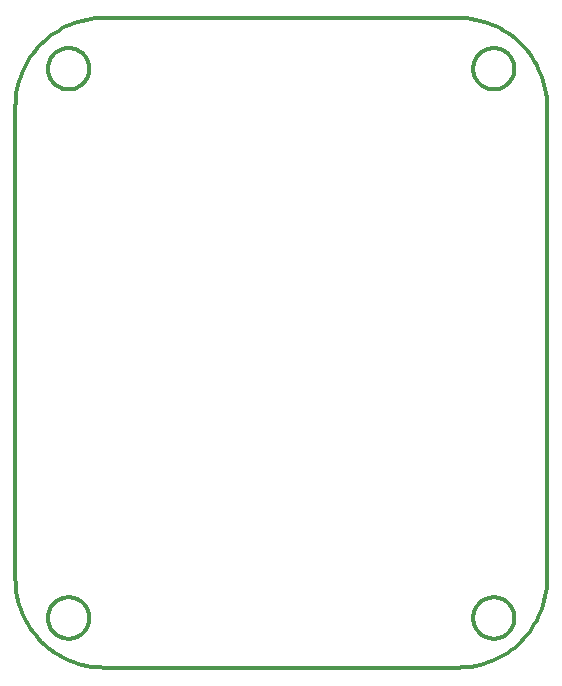
<source format=gbr>
%TF.GenerationSoftware,KiCad,Pcbnew,6.0.9+dfsg-1~bpo11+1*%
%TF.CreationDate,2022-12-30T14:53:09-06:00*%
%TF.ProjectId,Pedals,50656461-6c73-42e6-9b69-6361645f7063,rev?*%
%TF.SameCoordinates,Original*%
%TF.FileFunction,Profile,NP*%
%FSLAX46Y46*%
G04 Gerber Fmt 4.6, Leading zero omitted, Abs format (unit mm)*
G04 Created by KiCad (PCBNEW 6.0.9+dfsg-1~bpo11+1) date 2022-12-30 14:53:09*
%MOMM*%
%LPD*%
G01*
G04 APERTURE LIST*
%TA.AperFunction,Profile*%
%ADD10C,0.349999*%
%TD*%
G04 APERTURE END LIST*
D10*
X163336833Y-77300384D02*
X163402943Y-77352336D01*
X164097310Y-77664445D02*
X164183488Y-77679835D01*
X164359941Y-77697722D02*
X164449996Y-77699999D01*
X125210088Y-74988996D02*
X125421681Y-74687955D01*
X129208697Y-124027430D02*
X129284154Y-123988784D01*
X168510819Y-76621198D02*
X168625807Y-76968736D01*
X165852333Y-121402946D02*
X165800381Y-121336836D01*
X129268735Y-71974189D02*
X129621871Y-71876192D01*
X162911211Y-76784153D02*
X162953349Y-76857438D01*
X126702277Y-122540054D02*
X126709035Y-122628927D01*
X164012643Y-124144904D02*
X164097310Y-124164445D01*
X130144905Y-76387352D02*
X130164446Y-76302685D01*
X128921198Y-72089177D02*
X129268735Y-71974189D01*
X165745378Y-77126660D02*
X165800381Y-77063162D01*
X126953353Y-123357438D02*
X126998872Y-123428441D01*
X130190964Y-76128927D02*
X130197722Y-76040054D01*
X129563162Y-77300384D02*
X129626660Y-77245381D01*
X168913296Y-78408717D02*
X168940779Y-78778096D01*
X129626660Y-121154617D02*
X129563162Y-121099614D01*
X125013959Y-75299323D02*
X125210088Y-74988996D01*
X164449996Y-77699999D02*
X164449996Y-77699999D01*
X166093807Y-75348290D02*
X166062472Y-75268820D01*
X131449999Y-71650000D02*
X161449996Y-71650000D01*
X123986700Y-78408717D02*
X124032193Y-78042476D01*
X130179835Y-122716507D02*
X130190964Y-122628927D01*
X127768820Y-124062475D02*
X127848290Y-124093810D01*
X127288995Y-72910088D02*
X127599322Y-72713959D01*
X124669112Y-75945376D02*
X124833549Y-75618321D01*
X165912041Y-73121681D02*
X166203181Y-73348484D01*
X126755094Y-122012646D02*
X126735553Y-122097313D01*
X129563162Y-121099614D02*
X129497053Y-121047662D01*
X166093807Y-123051708D02*
X166121319Y-122970396D01*
X164628923Y-124190964D02*
X164716504Y-124179835D01*
X165051705Y-124093810D02*
X165131175Y-124062475D01*
X130164446Y-122097313D02*
X130144905Y-122012646D01*
X165357435Y-120953352D02*
X165284150Y-120911214D01*
X168804554Y-77679989D02*
X168867803Y-78042476D01*
X128802686Y-74235553D02*
X128716507Y-74220163D01*
X165208694Y-124027430D02*
X165284150Y-123988784D01*
X129208697Y-77527430D02*
X129284154Y-77488784D01*
X128887352Y-124144904D02*
X128970396Y-124121323D01*
X129745381Y-121273338D02*
X129687437Y-121212562D01*
X125890241Y-74116192D02*
X126146699Y-73846699D01*
X166190961Y-122628927D02*
X166197719Y-122540054D01*
X163402943Y-123852336D02*
X163471554Y-123901127D01*
X165901124Y-121471557D02*
X165852333Y-121402946D01*
X128271072Y-74209034D02*
X128183491Y-74220163D01*
X162755091Y-122887352D02*
X162778672Y-122970396D01*
X128449999Y-120699999D02*
X128449999Y-120699999D01*
X128449999Y-124199999D02*
X128449999Y-124199999D01*
X129626660Y-123745381D02*
X129687437Y-123687436D01*
X130121323Y-122970396D02*
X130144905Y-122887352D01*
X162998868Y-74971557D02*
X162953349Y-75042560D01*
X129946646Y-75042560D02*
X129901127Y-74971557D01*
X125648483Y-123903185D02*
X125421681Y-123612045D01*
X129800385Y-121336836D02*
X129745381Y-121273338D01*
X127154617Y-123626660D02*
X127212562Y-123687436D01*
X124274189Y-121331264D02*
X124176192Y-120978129D01*
X162872565Y-75191301D02*
X162837519Y-75268820D01*
X162778672Y-75429602D02*
X162755091Y-75512646D01*
X166483805Y-73590241D02*
X166753299Y-73846699D01*
X168949996Y-119150000D02*
X168940779Y-119521903D01*
X164887349Y-124144904D02*
X164970393Y-124121323D01*
X162720160Y-76216507D02*
X162735550Y-76302685D01*
X166199996Y-122449999D02*
X166199996Y-122449999D01*
X166179832Y-122716507D02*
X166190961Y-122628927D01*
X126702277Y-122359944D02*
X126700000Y-122449999D01*
X167886037Y-123000677D02*
X167689909Y-123311004D01*
X163047659Y-74902946D02*
X162998868Y-74971557D01*
X165852333Y-76997052D02*
X165901124Y-76928441D01*
X129626660Y-74654617D02*
X129563162Y-74599614D01*
X129428441Y-77401127D02*
X129497053Y-77352336D01*
X127336837Y-123800384D02*
X127402946Y-123852336D01*
X162735550Y-76302685D02*
X162755091Y-76387352D01*
X166199996Y-75949999D02*
X166197719Y-75859944D01*
X130093810Y-121848290D02*
X130062476Y-121768820D01*
X125421681Y-123612045D02*
X125210088Y-123311004D01*
X128012647Y-74255094D02*
X127929603Y-74278675D01*
X130027430Y-76708697D02*
X130062476Y-76631178D01*
X129357438Y-77446646D02*
X129428441Y-77401127D01*
X163212559Y-121212562D02*
X163154614Y-121273338D01*
X126806189Y-76551708D02*
X126837523Y-76631178D01*
X127615845Y-120911214D02*
X127542560Y-120953352D01*
X124176192Y-77321871D02*
X124274189Y-76968736D01*
X130062476Y-123131178D02*
X130093810Y-123051708D01*
X129621871Y-126423808D02*
X129268735Y-126325811D01*
X126696815Y-124951517D02*
X126416192Y-124709760D01*
X165131175Y-120837523D02*
X165051705Y-120806188D01*
X164970393Y-74278675D02*
X164887349Y-74255094D01*
X131449999Y-71650000D02*
X131449999Y-71650000D01*
X128802686Y-124164445D02*
X128887352Y-124144904D01*
X130093810Y-123051708D02*
X130121323Y-122970396D01*
X162911211Y-121615845D02*
X162872565Y-121691301D01*
X162720160Y-75683491D02*
X162709031Y-75771071D01*
X165284150Y-123988784D02*
X165357435Y-123946646D01*
X130199999Y-75949999D02*
X130199999Y-75949999D01*
X168867803Y-120257523D02*
X168804554Y-120620010D01*
X131449999Y-126650000D02*
X131449999Y-126650000D01*
X166197719Y-122359944D02*
X166190961Y-122271071D01*
X165131175Y-124062475D02*
X165208694Y-124027430D01*
X162911211Y-75115845D02*
X162872565Y-75191301D01*
X130027430Y-123208697D02*
X130062476Y-123131178D01*
X163615842Y-120911214D02*
X163542557Y-120953352D01*
X163631260Y-126325811D02*
X163278125Y-126423808D01*
X126720163Y-122183491D02*
X126709035Y-122271071D01*
X128802686Y-77664445D02*
X128887352Y-77644904D01*
X164359941Y-74202276D02*
X164271068Y-74209034D01*
X163615842Y-74411214D02*
X163542557Y-74453352D01*
X165284150Y-74411214D02*
X165208694Y-74372568D01*
X126953353Y-76857438D02*
X126998872Y-76928441D01*
X126735553Y-75597313D02*
X126720163Y-75683491D01*
X162709031Y-75771071D02*
X162702273Y-75859944D01*
X127154617Y-77126660D02*
X127212562Y-77187436D01*
X166062472Y-76631178D02*
X166093807Y-76551708D01*
X127099614Y-77063162D02*
X127154617Y-77126660D01*
X162837519Y-75268820D02*
X162806185Y-75348290D01*
X123959217Y-78778096D02*
X123986700Y-78408717D01*
X127848290Y-74306188D02*
X127768820Y-74337523D01*
X164981675Y-72533549D02*
X165300674Y-72713959D01*
X166062472Y-121768820D02*
X166027427Y-121691301D01*
X129131179Y-74337523D02*
X129051708Y-74306188D01*
X124833549Y-122681679D02*
X124669112Y-122354623D01*
X127336837Y-121099614D02*
X127273339Y-121154617D01*
X166753299Y-124453303D02*
X166753299Y-124453303D01*
X162720160Y-122716507D02*
X162735550Y-122802685D01*
X128970396Y-120778675D02*
X128887352Y-120755094D01*
X126998872Y-74971557D02*
X126953353Y-75042560D01*
X166190961Y-76128927D02*
X166197719Y-76040054D01*
X127099614Y-74836836D02*
X127047662Y-74902946D01*
X168379093Y-122020126D02*
X168230884Y-122354623D01*
X129687437Y-74712562D02*
X129626660Y-74654617D01*
X126735553Y-122802685D02*
X126755094Y-122887352D01*
X165497049Y-74547662D02*
X165428438Y-74498871D01*
X127047662Y-123497052D02*
X127099614Y-123563162D01*
X164540051Y-124197722D02*
X164628923Y-124190964D01*
X166199996Y-75949999D02*
X166199996Y-75949999D01*
X163099611Y-123563162D02*
X163154614Y-123626660D01*
X129051708Y-120806188D02*
X128970396Y-120778675D01*
X130179835Y-75683491D02*
X130164446Y-75597313D01*
X127599322Y-72713959D02*
X127918321Y-72533549D01*
X166190961Y-75771071D02*
X166179832Y-75683491D01*
X130197722Y-122540054D02*
X130199999Y-122449999D01*
X162920006Y-126504558D02*
X162557519Y-126567807D01*
X165626657Y-77245381D02*
X165687433Y-77187436D01*
X164449996Y-120699999D02*
X164449996Y-120699999D01*
X163278125Y-126423808D02*
X162920006Y-126504558D01*
X126700000Y-75949999D02*
X126702277Y-76040054D01*
X127929603Y-120778675D02*
X127848290Y-120806188D01*
X129208697Y-74372568D02*
X129131179Y-74337523D01*
X124520903Y-122020126D02*
X124389177Y-121678801D01*
X127154617Y-121273338D02*
X127099614Y-121336836D01*
X168949996Y-119150000D02*
X168949996Y-119150000D01*
X128579873Y-72220903D02*
X128921198Y-72089177D01*
X129051708Y-74306188D02*
X128970396Y-74278675D01*
X123950000Y-119150000D02*
X123950000Y-79150000D01*
X128628927Y-77690964D02*
X128716507Y-77679835D01*
X166753299Y-124453303D02*
X166483805Y-124709760D01*
X163273335Y-74654617D02*
X163212559Y-74712562D01*
X165428438Y-74498871D02*
X165357435Y-74453352D01*
X126872568Y-76708697D02*
X126911215Y-76784153D01*
X164320122Y-126079096D02*
X163978797Y-126210822D01*
X164540051Y-74202276D02*
X164449996Y-74199999D01*
X163929599Y-74278675D02*
X163848287Y-74306188D01*
X129988784Y-121615845D02*
X129946646Y-121542560D01*
X126911215Y-123284153D02*
X126953353Y-123357438D01*
X128802686Y-120735553D02*
X128716507Y-120720163D01*
X162702273Y-122359944D02*
X162699996Y-122449999D01*
X127336837Y-74599614D02*
X127273339Y-74654617D01*
X166027427Y-76708697D02*
X166062472Y-76631178D01*
X131078096Y-71659217D02*
X131449999Y-71650000D01*
X164359941Y-120702276D02*
X164271068Y-120709034D01*
X127471557Y-123901127D02*
X127542560Y-123946646D01*
X165497049Y-77352336D02*
X165563159Y-77300384D01*
X163848287Y-124093810D02*
X163929599Y-124121323D01*
X127212562Y-74712562D02*
X127154617Y-74773338D01*
X129979989Y-71795442D02*
X130342476Y-71732193D01*
X165051705Y-74306188D02*
X164970393Y-74278675D01*
X165300674Y-72713959D02*
X165611001Y-72910088D01*
X127154617Y-74773338D02*
X127099614Y-74836836D01*
X166121319Y-76470396D02*
X166144901Y-76387352D01*
X129852337Y-74902946D02*
X129800385Y-74836836D01*
X164183488Y-120720163D02*
X164097310Y-120735553D01*
X126872568Y-75191301D02*
X126837523Y-75268820D01*
X128449999Y-77699999D02*
X128449999Y-77699999D01*
X165051705Y-77593810D02*
X165131175Y-77562475D01*
X166197719Y-122540054D02*
X166199996Y-122449999D01*
X163768817Y-77562475D02*
X163848287Y-77593810D01*
X127929603Y-124121323D02*
X128012647Y-124144904D01*
X128716507Y-77679835D02*
X128802686Y-77664445D01*
X168949996Y-79150000D02*
X168949996Y-119150000D01*
X161449996Y-71650000D02*
X161449996Y-71650000D01*
X162702273Y-76040054D02*
X162709031Y-76128927D01*
X166062472Y-75268820D02*
X166027427Y-75191301D01*
X129745381Y-77126660D02*
X129800385Y-77063162D01*
X127691302Y-74372568D02*
X127615845Y-74411214D01*
X127848290Y-120806188D02*
X127768820Y-120837523D01*
X168723804Y-77321871D02*
X168804554Y-77679989D01*
X130144905Y-122012646D02*
X130121323Y-121929602D01*
X127212562Y-77187436D02*
X127273339Y-77245381D01*
X127402946Y-121047662D02*
X127336837Y-121099614D01*
X129901127Y-76928441D02*
X129946646Y-76857438D01*
X129497053Y-123852336D02*
X129563162Y-123800384D01*
X128921198Y-126210822D02*
X128579873Y-126079096D01*
X168066447Y-122681679D02*
X167886037Y-123000677D01*
X129208697Y-120872568D02*
X129131179Y-120837523D01*
X128183491Y-74220163D02*
X128097313Y-74235553D01*
X125648483Y-74396816D02*
X125890241Y-74116192D01*
X165687433Y-123687436D02*
X165745378Y-123626660D01*
X163978797Y-72089177D02*
X164320122Y-72220903D01*
X127273339Y-123745381D02*
X127336837Y-123800384D01*
X165563159Y-121099614D02*
X165497049Y-121047662D01*
X165988781Y-121615845D02*
X165946643Y-121542560D01*
X165563159Y-77300384D02*
X165626657Y-77245381D01*
X130342476Y-126567807D02*
X129979989Y-126504558D01*
X123950000Y-79150000D02*
X123959217Y-78778096D01*
X129946646Y-121542560D02*
X129901127Y-121471557D01*
X127929603Y-77621323D02*
X128012647Y-77644904D01*
X164802682Y-120735553D02*
X164716504Y-120720163D01*
X130199999Y-122449999D02*
X130199999Y-122449999D01*
X124520903Y-76279874D02*
X124669112Y-75945376D01*
X126416192Y-73590241D02*
X126696815Y-73348484D01*
X129988784Y-75115845D02*
X129946646Y-75042560D01*
X162837519Y-121768820D02*
X162806185Y-121848290D01*
X130062476Y-75268820D02*
X130027430Y-75191301D01*
X165946643Y-75042560D02*
X165901124Y-74971557D01*
X127768820Y-120837523D02*
X127691302Y-120872568D01*
X164716504Y-77679835D02*
X164802682Y-77664445D01*
X163691298Y-77527430D02*
X163768817Y-77562475D01*
X163047659Y-76997052D02*
X163099611Y-77063162D01*
X126998872Y-123428441D02*
X127047662Y-123497052D01*
X164359941Y-124197722D02*
X164449996Y-124199999D01*
X166144901Y-75512646D02*
X166121319Y-75429602D01*
X162699996Y-75949999D02*
X162699996Y-75949999D01*
X165852333Y-123497052D02*
X165901124Y-123428441D01*
X163273335Y-77245381D02*
X163336833Y-77300384D01*
X164970393Y-77621323D02*
X165051705Y-77593810D01*
X168230884Y-122354623D02*
X168066447Y-122681679D01*
X162872565Y-76708697D02*
X162911211Y-76784153D01*
X128887352Y-120755094D02*
X128802686Y-120735553D01*
X164887349Y-74255094D02*
X164802682Y-74235553D01*
X128245376Y-125930888D02*
X127918321Y-125766451D01*
X168949996Y-79150000D02*
X168949996Y-79150000D01*
X163929599Y-77621323D02*
X164012643Y-77644904D01*
X130164446Y-75597313D02*
X130144905Y-75512646D01*
X129497053Y-77352336D02*
X129563162Y-77300384D01*
X128359944Y-120702276D02*
X128271072Y-120709034D01*
X164097310Y-124164445D02*
X164183488Y-124179835D01*
X123986700Y-119891283D02*
X123959217Y-119521903D01*
X164271068Y-77690964D02*
X164359941Y-77697722D01*
X164012643Y-120755094D02*
X163929599Y-120778675D01*
X168867803Y-78042476D02*
X168913296Y-78408717D01*
X165563159Y-123800384D02*
X165626657Y-123745381D01*
X167009756Y-74116192D02*
X167251513Y-74396816D01*
X163099611Y-77063162D02*
X163154614Y-77126660D01*
X129852337Y-123497052D02*
X129901127Y-123428441D01*
X166199996Y-122449999D02*
X166199996Y-122449999D01*
X130197722Y-76040054D02*
X130199999Y-75949999D01*
X165852333Y-74902946D02*
X165800381Y-74836836D01*
X128097313Y-124164445D02*
X128183491Y-124179835D01*
X129428441Y-123901127D02*
X129497053Y-123852336D01*
X164449996Y-120699999D02*
X164359941Y-120702276D01*
X164271068Y-120709034D02*
X164183488Y-120720163D01*
X164716504Y-120720163D02*
X164628923Y-120709034D01*
X126755094Y-76387352D02*
X126778676Y-76470396D01*
X163768817Y-120837523D02*
X163691298Y-120872568D01*
X130190964Y-75771071D02*
X130179835Y-75683491D01*
X126720163Y-76216507D02*
X126735553Y-76302685D01*
X130164446Y-76302685D02*
X130179835Y-76216507D01*
X163471554Y-77401127D02*
X163542557Y-77446646D01*
X166164442Y-122802685D02*
X166179832Y-122716507D01*
X127273339Y-74654617D02*
X127212562Y-74712562D01*
X164097310Y-74235553D02*
X164012643Y-74255094D01*
X130164446Y-122802685D02*
X130179835Y-122716507D01*
X166190961Y-122271071D02*
X166179832Y-122183491D01*
X162191279Y-126613300D02*
X161821900Y-126640782D01*
X166164442Y-76302685D02*
X166179832Y-76216507D01*
X129946646Y-123357438D02*
X129988784Y-123284153D01*
X128628927Y-120709034D02*
X128540054Y-120702276D01*
X124095442Y-120620010D02*
X124032193Y-120257523D01*
X128359944Y-77697722D02*
X128449999Y-77699999D01*
X129800385Y-74836836D02*
X129745381Y-74773338D01*
X166093807Y-121848290D02*
X166062472Y-121768820D01*
X126709035Y-76128927D02*
X126720163Y-76216507D01*
X130027430Y-75191301D02*
X129988784Y-75115845D01*
X165901124Y-74971557D02*
X165852333Y-74902946D01*
X126872568Y-123208697D02*
X126911215Y-123284153D01*
X166144901Y-122012646D02*
X166121319Y-121929602D01*
X126735553Y-76302685D02*
X126755094Y-76387352D01*
X168625807Y-121331264D02*
X168510819Y-121678801D01*
X128970396Y-74278675D02*
X128887352Y-74255094D01*
X130062476Y-76631178D02*
X130093810Y-76551708D01*
X129621871Y-71876192D02*
X129979989Y-71795442D01*
X165051705Y-120806188D02*
X164970393Y-120778675D01*
X165946643Y-121542560D02*
X165901124Y-121471557D01*
X167689909Y-74988996D02*
X167886037Y-75299323D01*
X129901127Y-74971557D02*
X129852337Y-74902946D01*
X126806189Y-75348290D02*
X126778676Y-75429602D01*
X126700000Y-122449999D02*
X126700000Y-122449999D01*
X126720163Y-122716507D02*
X126735553Y-122802685D01*
X127099614Y-123563162D02*
X127154617Y-123626660D01*
X127402946Y-77352336D02*
X127471557Y-77401127D01*
X129284154Y-74411214D02*
X129208697Y-74372568D01*
X128540054Y-74202276D02*
X128449999Y-74199999D01*
X130708716Y-126613300D02*
X130342476Y-126567807D01*
X161821900Y-126640782D02*
X161449996Y-126650000D01*
X166093807Y-76551708D02*
X166121319Y-76470396D01*
X126911215Y-121615845D02*
X126872568Y-121691301D01*
X128097313Y-77664445D02*
X128183491Y-77679835D01*
X163273335Y-123745381D02*
X163336833Y-123800384D01*
X126998872Y-76928441D02*
X127047662Y-76997052D01*
X124095442Y-77679989D02*
X124176192Y-77321871D01*
X129428441Y-120998871D02*
X129357438Y-120953352D01*
X168510819Y-121678801D02*
X168379093Y-122020126D01*
X163471554Y-74498871D02*
X163402943Y-74547662D01*
X161449996Y-71650000D02*
X161821900Y-71659217D01*
X163471554Y-123901127D02*
X163542557Y-123946646D01*
X129268735Y-126325811D02*
X128921198Y-126210822D01*
X129497053Y-121047662D02*
X129428441Y-120998871D01*
X129687437Y-121212562D02*
X129626660Y-121154617D01*
X127615845Y-74411214D02*
X127542560Y-74453352D01*
X127336837Y-77300384D02*
X127402946Y-77352336D01*
X162806185Y-75348290D02*
X162778672Y-75429602D01*
X163336833Y-74599614D02*
X163273335Y-74654617D01*
X126953353Y-121542560D02*
X126911215Y-121615845D01*
X161449996Y-126650000D02*
X131449999Y-126650000D01*
X130121323Y-75429602D02*
X130093810Y-75348290D01*
X164887349Y-77644904D02*
X164970393Y-77621323D01*
X163631260Y-71974189D02*
X163978797Y-72089177D01*
X126806189Y-121848290D02*
X126778676Y-121929602D01*
X128579873Y-126079096D02*
X128245376Y-125930888D01*
X163154614Y-121273338D02*
X163099611Y-121336836D01*
X128449999Y-74199999D02*
X128449999Y-74199999D01*
X129357438Y-123946646D02*
X129428441Y-123901127D01*
X162806185Y-76551708D02*
X162837519Y-76631178D01*
X127615845Y-77488784D02*
X127691302Y-77527430D01*
X162735550Y-122802685D02*
X162755091Y-122887352D01*
X127542560Y-77446646D02*
X127615845Y-77488784D01*
X162557519Y-126567807D02*
X162191279Y-126613300D01*
X126987955Y-125178320D02*
X126696815Y-124951517D01*
X127615845Y-123988784D02*
X127691302Y-124027430D01*
X129988784Y-76784153D02*
X130027430Y-76708697D01*
X128716507Y-74220163D02*
X128628927Y-74209034D01*
X165745378Y-123626660D02*
X165800381Y-123563162D01*
X163471554Y-120998871D02*
X163402943Y-121047662D01*
X128183491Y-124179835D02*
X128271072Y-124190964D01*
X166121319Y-75429602D02*
X166093807Y-75348290D01*
X163154614Y-77126660D02*
X163212559Y-77187436D01*
X163542557Y-120953352D02*
X163471554Y-120998871D01*
X168230884Y-75945376D02*
X168379093Y-76279874D01*
X164012643Y-74255094D02*
X163929599Y-74278675D01*
X129979989Y-126504558D02*
X129621871Y-126423808D01*
X128449999Y-74199999D02*
X128359944Y-74202276D01*
X128359944Y-124197722D02*
X128449999Y-124199999D01*
X162709031Y-122271071D02*
X162702273Y-122359944D01*
X124833549Y-75618321D02*
X125013959Y-75299323D01*
X164449996Y-74199999D02*
X164359941Y-74202276D01*
X165131175Y-77562475D02*
X165208694Y-77527430D01*
X165497049Y-123852336D02*
X165563159Y-123800384D01*
X163336833Y-121099614D02*
X163273335Y-121154617D01*
X129745381Y-123626660D02*
X129800385Y-123563162D01*
X128183491Y-120720163D02*
X128097313Y-120735553D01*
X162953349Y-121542560D02*
X162911211Y-121615845D01*
X124389177Y-121678801D02*
X124274189Y-121331264D01*
X127691302Y-120872568D02*
X127615845Y-120911214D01*
X127929603Y-74278675D02*
X127848290Y-74306188D01*
X162778672Y-76470396D02*
X162806185Y-76551708D01*
X165208694Y-77527430D02*
X165284150Y-77488784D01*
X128628927Y-124190964D02*
X128716507Y-124179835D01*
X165357435Y-77446646D02*
X165428438Y-77401127D01*
X128271072Y-77690964D02*
X128359944Y-77697722D01*
X162837519Y-76631178D02*
X162872565Y-76708697D01*
X163691298Y-120872568D02*
X163615842Y-120911214D01*
X163768817Y-124062475D02*
X163848287Y-124093810D01*
X165800381Y-121336836D02*
X165745378Y-121273338D01*
X168940779Y-78778096D02*
X168949996Y-79150000D01*
X129800385Y-123563162D02*
X129852337Y-123497052D01*
X130144905Y-75512646D02*
X130121323Y-75429602D01*
X163768817Y-74337523D02*
X163691298Y-74372568D01*
X166199996Y-122449999D02*
X166197719Y-122359944D01*
X165497049Y-121047662D02*
X165428438Y-120998871D01*
X129946646Y-76857438D02*
X129988784Y-76784153D01*
X126702277Y-75859944D02*
X126700000Y-75949999D01*
X162709031Y-122628927D02*
X162720160Y-122716507D01*
X164628923Y-74209034D02*
X164540051Y-74202276D01*
X164271068Y-74209034D02*
X164183488Y-74220163D01*
X163402943Y-77352336D02*
X163471554Y-77401127D01*
X165988781Y-75115845D02*
X165946643Y-75042560D01*
X164320122Y-72220903D02*
X164654620Y-72369112D01*
X130062476Y-121768820D02*
X130027430Y-121691301D01*
X164716504Y-74220163D02*
X164628923Y-74209034D01*
X167886037Y-75299323D02*
X168066447Y-75618321D01*
X126778676Y-76470396D02*
X126806189Y-76551708D01*
X124669112Y-122354623D02*
X124520903Y-122020126D01*
X127099614Y-121336836D02*
X127047662Y-121402946D01*
X163212559Y-77187436D02*
X163273335Y-77245381D01*
X166164442Y-122097313D02*
X166144901Y-122012646D01*
X167689909Y-123311004D02*
X167478316Y-123612045D01*
X130199999Y-122449999D02*
X130197722Y-122359944D01*
X130190964Y-122271071D02*
X130179835Y-122183491D01*
X163154614Y-74773338D02*
X163099611Y-74836836D01*
X127848290Y-77593810D02*
X127929603Y-77621323D01*
X129626660Y-77245381D02*
X129687437Y-77187436D01*
X163848287Y-120806188D02*
X163768817Y-120837523D01*
X165626657Y-121154617D02*
X165563159Y-121099614D01*
X126911215Y-75115845D02*
X126872568Y-75191301D01*
X165687433Y-121212562D02*
X165626657Y-121154617D01*
X166753299Y-73846699D02*
X166753299Y-73846699D01*
X130121323Y-76470396D02*
X130144905Y-76387352D01*
X163212559Y-74712562D02*
X163154614Y-74773338D01*
X126837523Y-76631178D02*
X126872568Y-76708697D01*
X128540054Y-124197722D02*
X128628927Y-124190964D01*
X128887352Y-77644904D02*
X128970396Y-77621323D01*
X165800381Y-123563162D02*
X165852333Y-123497052D01*
X164802682Y-74235553D02*
X164716504Y-74220163D01*
X165626657Y-123745381D02*
X165687433Y-123687436D01*
X130093810Y-76551708D02*
X130121323Y-76470396D01*
X128449999Y-120699999D02*
X128359944Y-120702276D01*
X164449996Y-74199999D02*
X164449996Y-74199999D01*
X130342476Y-71732193D02*
X130708716Y-71686700D01*
X130197722Y-122359944D02*
X130190964Y-122271071D01*
X164628923Y-120709034D02*
X164540051Y-120702276D01*
X126700000Y-122449999D02*
X126702277Y-122540054D01*
X166203181Y-73348484D02*
X166483805Y-73590241D01*
X163402943Y-121047662D02*
X163336833Y-121099614D01*
X126416192Y-124709760D02*
X126146699Y-124453303D01*
X161821900Y-71659217D02*
X162191279Y-71686700D01*
X128628927Y-74209034D02*
X128540054Y-74202276D01*
X126720163Y-75683491D02*
X126709035Y-75771071D01*
X167478316Y-123612045D02*
X167251513Y-123903185D01*
X127047662Y-121402946D02*
X126998872Y-121471557D01*
X164097310Y-120735553D02*
X164012643Y-120755094D01*
X128012647Y-77644904D02*
X128097313Y-77664445D01*
X162720160Y-122183491D02*
X162709031Y-122271071D01*
X162998868Y-123428441D02*
X163047659Y-123497052D01*
X126709035Y-122628927D02*
X126720163Y-122716507D01*
X166203181Y-124951517D02*
X165912041Y-125178320D01*
X165687433Y-74712562D02*
X165626657Y-74654617D01*
X162778672Y-122970396D02*
X162806185Y-123051708D01*
X166027427Y-121691301D02*
X165988781Y-121615845D01*
X162872565Y-123208697D02*
X162911211Y-123284153D01*
X130179835Y-76216507D02*
X130190964Y-76128927D01*
X162755091Y-122012646D02*
X162735550Y-122097313D01*
X163542557Y-74453352D02*
X163471554Y-74498871D01*
X168940779Y-119521903D02*
X168913296Y-119891283D01*
X166483805Y-124709760D02*
X166203181Y-124951517D01*
X162755091Y-76387352D02*
X162778672Y-76470396D01*
X163047659Y-123497052D02*
X163099611Y-123563162D01*
X126806189Y-123051708D02*
X126837523Y-123131178D01*
X165626657Y-74654617D02*
X165563159Y-74599614D01*
X165901124Y-76928441D02*
X165946643Y-76857438D01*
X165563159Y-74599614D02*
X165497049Y-74547662D01*
X164540051Y-77697722D02*
X164628923Y-77690964D01*
X164887349Y-120755094D02*
X164802682Y-120735553D01*
X165284150Y-77488784D02*
X165357435Y-77446646D01*
X166179832Y-122183491D02*
X166164442Y-122097313D01*
X127288995Y-125389912D02*
X126987955Y-125178320D01*
X130121323Y-121929602D02*
X130093810Y-121848290D01*
X165687433Y-77187436D02*
X165745378Y-77126660D01*
X162709031Y-76128927D02*
X162720160Y-76216507D01*
X165300674Y-125586041D02*
X164981675Y-125766451D01*
X127047662Y-74902946D02*
X126998872Y-74971557D01*
X127273339Y-121154617D02*
X127212562Y-121212562D01*
X126778676Y-121929602D02*
X126755094Y-122012646D01*
X164449996Y-124199999D02*
X164449996Y-124199999D01*
X163691298Y-74372568D02*
X163615842Y-74411214D01*
X128970396Y-124121323D02*
X129051708Y-124093810D01*
X129745381Y-74773338D02*
X129687437Y-74712562D01*
X125890241Y-124183809D02*
X125648483Y-123903185D01*
X165611001Y-72910088D02*
X165912041Y-73121681D01*
X163848287Y-77593810D02*
X163929599Y-77621323D01*
X128970396Y-77621323D02*
X129051708Y-77593810D01*
X166164442Y-75597313D02*
X166144901Y-75512646D01*
X128716507Y-124179835D02*
X128802686Y-124164445D01*
X127471557Y-74498871D02*
X127402946Y-74547662D01*
X130708716Y-71686700D02*
X131078096Y-71659217D01*
X128097313Y-74235553D02*
X128012647Y-74255094D01*
X125210088Y-123311004D02*
X125013959Y-123000677D01*
X165428438Y-123901127D02*
X165497049Y-123852336D01*
X126146699Y-124453303D02*
X125890241Y-124183809D01*
X127471557Y-77401127D02*
X127542560Y-77446646D01*
X165131175Y-74337523D02*
X165051705Y-74306188D01*
X128716507Y-120720163D02*
X128628927Y-120709034D01*
X131449999Y-126650000D02*
X131078096Y-126640782D01*
X128449999Y-124199999D02*
X128540054Y-124197722D01*
X164183488Y-77679835D02*
X164271068Y-77690964D01*
X130199999Y-75949999D02*
X130197722Y-75859944D01*
X162998868Y-76928441D02*
X163047659Y-76997052D01*
X126146699Y-124453303D02*
X126146699Y-124453303D01*
X126700000Y-75949999D02*
X126700000Y-75949999D01*
X126778676Y-75429602D02*
X126755094Y-75512646D01*
X168804554Y-120620010D02*
X168723804Y-120978129D01*
X130144905Y-122887352D02*
X130164446Y-122802685D01*
X165428438Y-120998871D02*
X165357435Y-120953352D01*
X166753299Y-73846699D02*
X167009756Y-74116192D01*
X161449996Y-126650000D02*
X161449996Y-126650000D01*
X125421681Y-74687955D02*
X125648483Y-74396816D01*
X123950000Y-79150000D02*
X123950000Y-79150000D01*
X127273339Y-77245381D02*
X127336837Y-77300384D01*
X127471557Y-120998871D02*
X127402946Y-121047662D01*
X128183491Y-77679835D02*
X128271072Y-77690964D01*
X163542557Y-123946646D02*
X163615842Y-123988784D01*
X165745378Y-121273338D02*
X165687433Y-121212562D01*
X130027430Y-121691301D02*
X129988784Y-121615845D01*
X131078096Y-126640782D02*
X130708716Y-126613300D01*
X165800381Y-74836836D02*
X165745378Y-74773338D01*
X166027427Y-75191301D02*
X165988781Y-75115845D01*
X126837523Y-75268820D02*
X126806189Y-75348290D01*
X126987955Y-73121681D02*
X127288995Y-72910088D01*
X163691298Y-124027430D02*
X163768817Y-124062475D01*
X128271072Y-124190964D02*
X128359944Y-124197722D01*
X162702273Y-122540054D02*
X162709031Y-122628927D01*
X130179835Y-122183491D02*
X130164446Y-122097313D01*
X127047662Y-76997052D02*
X127099614Y-77063162D01*
X126709035Y-75771071D02*
X126702277Y-75859944D01*
X126696815Y-73348484D02*
X126987955Y-73121681D01*
X168379093Y-76279874D02*
X168510819Y-76621198D01*
X164449996Y-124199999D02*
X164540051Y-124197722D01*
X129051708Y-124093810D02*
X129131179Y-124062475D01*
X165901124Y-123428441D02*
X165946643Y-123357438D01*
X163212559Y-123687436D02*
X163273335Y-123745381D01*
X124389177Y-76621198D02*
X124520903Y-76279874D01*
X164271068Y-124190964D02*
X164359941Y-124197722D01*
X129131179Y-120837523D02*
X129051708Y-120806188D01*
X124176192Y-120978129D02*
X124095442Y-120620010D01*
X162920006Y-71795442D02*
X163278125Y-71876192D01*
X165357435Y-74453352D02*
X165284150Y-74411214D01*
X126709035Y-122271071D02*
X126702277Y-122359944D01*
X128449999Y-77699999D02*
X128540054Y-77697722D01*
X167251513Y-123903185D02*
X167009756Y-124183809D01*
X166121319Y-122970396D02*
X166144901Y-122887352D01*
X128540054Y-120702276D02*
X128449999Y-120699999D01*
X164802682Y-77664445D02*
X164887349Y-77644904D01*
X164183488Y-74220163D02*
X164097310Y-74235553D01*
X165946643Y-123357438D02*
X165988781Y-123284153D01*
X129687437Y-123687436D02*
X129745381Y-123626660D01*
X162778672Y-121929602D02*
X162755091Y-122012646D01*
X129284154Y-77488784D02*
X129357438Y-77446646D01*
X165800381Y-77063162D02*
X165852333Y-76997052D01*
X163154614Y-123626660D02*
X163212559Y-123687436D01*
X129901127Y-123428441D02*
X129946646Y-123357438D01*
X165208694Y-74372568D02*
X165131175Y-74337523D01*
X130199999Y-75949999D02*
X130199999Y-75949999D01*
X129428441Y-74498871D02*
X129357438Y-74453352D01*
X126146699Y-73846699D02*
X126416192Y-73590241D01*
X166197719Y-75859944D02*
X166190961Y-75771071D01*
X163099611Y-74836836D02*
X163047659Y-74902946D01*
X164183488Y-124179835D02*
X164271068Y-124190964D01*
X129988784Y-123284153D02*
X130027430Y-123208697D01*
X128097313Y-120735553D02*
X128012647Y-120755094D01*
X164628923Y-77690964D02*
X164716504Y-77679835D01*
X165745378Y-74773338D02*
X165687433Y-74712562D01*
X129852337Y-76997052D02*
X129901127Y-76928441D01*
X162735550Y-122097313D02*
X162720160Y-122183491D01*
X162699996Y-122449999D02*
X162699996Y-122449999D01*
X127402946Y-123852336D02*
X127471557Y-123901127D01*
X125013959Y-123000677D02*
X124833549Y-122681679D01*
X162872565Y-121691301D02*
X162837519Y-121768820D01*
X124032193Y-78042476D02*
X124095442Y-77679989D01*
X165988781Y-123284153D02*
X166027427Y-123208697D01*
X126911215Y-76784153D02*
X126953353Y-76857438D01*
X126872568Y-121691301D02*
X126837523Y-121768820D01*
X162953349Y-75042560D02*
X162911211Y-75115845D01*
X163929599Y-120778675D02*
X163848287Y-120806188D01*
X126837523Y-123131178D02*
X126872568Y-123208697D01*
X168723804Y-120978129D02*
X168625807Y-121331264D01*
X126953353Y-75042560D02*
X126911215Y-75115845D01*
X129563162Y-123800384D02*
X129626660Y-123745381D01*
X126735553Y-122097313D02*
X126720163Y-122183491D01*
X129687437Y-77187436D02*
X129745381Y-77126660D01*
X164970393Y-124121323D02*
X165051705Y-124093810D01*
X129497053Y-74547662D02*
X129428441Y-74498871D01*
X124274189Y-76968736D02*
X124389177Y-76621198D01*
X163542557Y-77446646D02*
X163615842Y-77488784D01*
X128359944Y-74202276D02*
X128271072Y-74209034D01*
X127768820Y-77562475D02*
X127848290Y-77593810D01*
X129357438Y-74453352D02*
X129284154Y-74411214D01*
X164981675Y-125766451D02*
X164654620Y-125930888D01*
X129131179Y-77562475D02*
X129208697Y-77527430D01*
X123959217Y-119521903D02*
X123950000Y-119150000D01*
X162806185Y-123051708D02*
X162837519Y-123131178D01*
X126837523Y-121768820D02*
X126806189Y-121848290D01*
X164540051Y-120702276D02*
X164449996Y-120699999D01*
X129901127Y-121471557D02*
X129852337Y-121402946D01*
X128012647Y-124144904D02*
X128097313Y-124164445D01*
X163402943Y-74547662D02*
X163336833Y-74599614D01*
X163099611Y-121336836D02*
X163047659Y-121402946D01*
X166199996Y-75949999D02*
X166199996Y-75949999D01*
X162998868Y-121471557D02*
X162953349Y-121542560D01*
X127918321Y-72533549D02*
X128245376Y-72369112D01*
X163615842Y-123988784D02*
X163691298Y-124027430D01*
X162699996Y-75949999D02*
X162702273Y-76040054D01*
X164716504Y-124179835D02*
X164802682Y-124164445D01*
X163615842Y-77488784D02*
X163691298Y-77527430D01*
X162837519Y-123131178D02*
X162872565Y-123208697D01*
X166027427Y-123208697D02*
X166062472Y-123131178D01*
X162953349Y-76857438D02*
X162998868Y-76928441D01*
X164012643Y-77644904D02*
X164097310Y-77664445D01*
X129284154Y-123988784D02*
X129357438Y-123946646D01*
X127542560Y-74453352D02*
X127471557Y-74498871D01*
X165988781Y-76784153D02*
X166027427Y-76708697D01*
X127848290Y-124093810D02*
X127929603Y-124121323D01*
X163978797Y-126210822D02*
X163631260Y-126325811D01*
X126778676Y-122970396D02*
X126806189Y-123051708D01*
X126702277Y-76040054D02*
X126709035Y-76128927D01*
X127542560Y-123946646D02*
X127615845Y-123988784D01*
X127542560Y-120953352D02*
X127471557Y-120998871D01*
X168066447Y-75618321D02*
X168230884Y-75945376D01*
X166062472Y-123131178D02*
X166093807Y-123051708D01*
X129852337Y-121402946D02*
X129800385Y-121336836D01*
X162702273Y-75859944D02*
X162699996Y-75949999D01*
X162806185Y-121848290D02*
X162778672Y-121929602D01*
X163848287Y-74306188D02*
X163768817Y-74337523D01*
X164802682Y-124164445D02*
X164887349Y-124144904D01*
X166144901Y-122887352D02*
X166164442Y-122802685D01*
X127918321Y-125766451D02*
X127599322Y-125586041D01*
X128887352Y-74255094D02*
X128802686Y-74235553D01*
X126755094Y-122887352D02*
X126778676Y-122970396D01*
X165208694Y-120872568D02*
X165131175Y-120837523D01*
X165284150Y-120911214D02*
X165208694Y-120872568D01*
X128012647Y-120755094D02*
X127929603Y-120778675D01*
X164970393Y-120778675D02*
X164887349Y-120755094D01*
X129284154Y-120911214D02*
X129208697Y-120872568D01*
X127212562Y-123687436D02*
X127273339Y-123745381D01*
X164654620Y-125930888D02*
X164320122Y-126079096D01*
X168625807Y-76968736D02*
X168723804Y-77321871D01*
X127402946Y-74547662D02*
X127336837Y-74599614D01*
X127212562Y-121212562D02*
X127154617Y-121273338D01*
X164449996Y-77699999D02*
X164540051Y-77697722D01*
X163273335Y-121154617D02*
X163212559Y-121212562D01*
X167478316Y-74687955D02*
X167689909Y-74988996D01*
X130093810Y-75348290D02*
X130062476Y-75268820D01*
X128271072Y-120709034D02*
X128183491Y-120720163D01*
X164654620Y-72369112D02*
X164981675Y-72533549D01*
X163278125Y-71876192D02*
X163631260Y-71974189D01*
X128540054Y-77697722D02*
X128628927Y-77690964D01*
X127768820Y-74337523D02*
X127691302Y-74372568D01*
X166144901Y-76387352D02*
X166164442Y-76302685D01*
X129563162Y-74599614D02*
X129497053Y-74547662D01*
X166179832Y-76216507D02*
X166190961Y-76128927D01*
X130197722Y-75859944D02*
X130190964Y-75771071D01*
X165428438Y-77401127D02*
X165497049Y-77352336D01*
X127691302Y-77527430D02*
X127768820Y-77562475D01*
X162557519Y-71732193D02*
X162920006Y-71795442D01*
X126998872Y-121471557D02*
X126953353Y-121542560D01*
X124032193Y-120257523D02*
X123986700Y-119891283D01*
X165611001Y-125389912D02*
X165300674Y-125586041D01*
X130190964Y-122628927D02*
X130197722Y-122540054D01*
X127691302Y-124027430D02*
X127768820Y-124062475D01*
X162953349Y-123357438D02*
X162998868Y-123428441D01*
X163929599Y-124121323D02*
X164012643Y-124144904D01*
X162191279Y-71686700D02*
X162557519Y-71732193D01*
X167251513Y-74396816D02*
X167478316Y-74687955D01*
X162755091Y-75512646D02*
X162735550Y-75597313D01*
X129051708Y-77593810D02*
X129131179Y-77562475D01*
X162735550Y-75597313D02*
X162720160Y-75683491D01*
X162699996Y-122449999D02*
X162702273Y-122540054D01*
X127599322Y-125586041D02*
X127288995Y-125389912D01*
X167009756Y-124183809D02*
X166753299Y-124453303D01*
X163047659Y-121402946D02*
X162998868Y-121471557D01*
X129357438Y-120953352D02*
X129284154Y-120911214D01*
X166121319Y-121929602D02*
X166093807Y-121848290D01*
X165912041Y-125178320D02*
X165611001Y-125389912D01*
X165357435Y-123946646D02*
X165428438Y-123901127D01*
X129131179Y-124062475D02*
X129208697Y-124027430D01*
X165946643Y-76857438D02*
X165988781Y-76784153D01*
X168913296Y-119891283D02*
X168867803Y-120257523D01*
X163336833Y-123800384D02*
X163402943Y-123852336D01*
X130199999Y-122449999D02*
X130199999Y-122449999D01*
X129800385Y-77063162D02*
X129852337Y-76997052D01*
X166179832Y-75683491D02*
X166164442Y-75597313D01*
X126146699Y-73846699D02*
X126146699Y-73846699D01*
X162911211Y-123284153D02*
X162953349Y-123357438D01*
X126755094Y-75512646D02*
X126735553Y-75597313D01*
X128245376Y-72369112D02*
X128579873Y-72220903D01*
X166197719Y-76040054D02*
X166199996Y-75949999D01*
M02*

</source>
